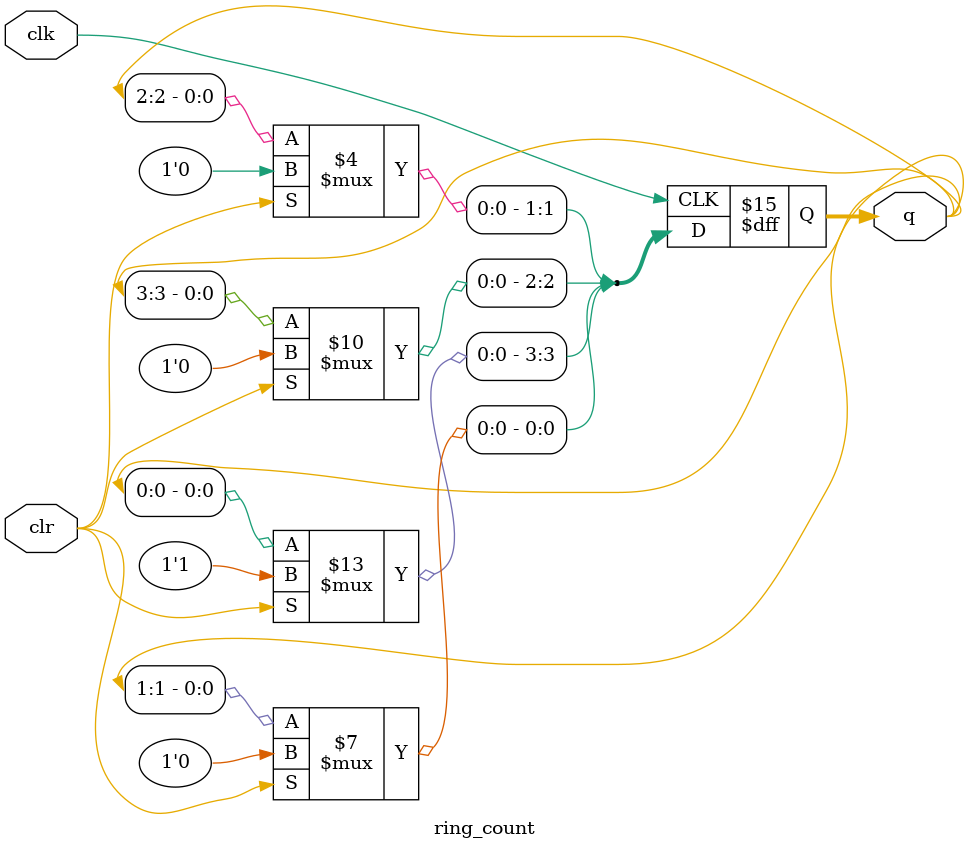
<source format=v>
module ring_count(q,clk,clr);
  input clk,clr;
  output [3:0]q;
  reg [3:0]q;
  always @(posedge clk)
       if(clr==1)
            q<=4'b1000;
        else
            begin
                q[3]<=q[0];
                q[2]<=q[3];
                q[1]<=q[2];
                q[0]<=q[1];
            end	
endmodule

</source>
